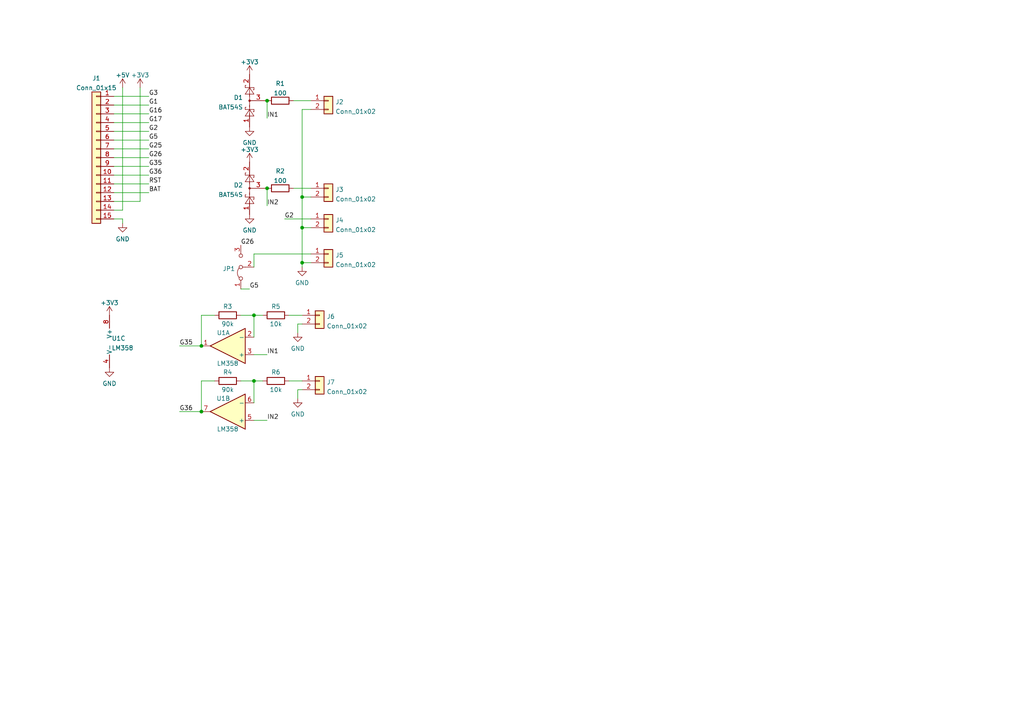
<source format=kicad_sch>
(kicad_sch (version 20211123) (generator eeschema)
  (paper "A4")
  (lib_symbols
    (symbol "Amplifier_Operational:LM358" (pin_names (offset 0.127))
      (property "Reference" "U" (at 0 5.08 0))
      (property "Value" "LM358" (at 0 -5.08 0))
      (symbol "LM358_1_1"
        (polyline (pts (xy -5.08 5.08) (xy 5.08 0) (xy -5.08 -5.08) (xy -5.08 5.08)) (stroke (width 0.254)) (fill (type background)))
        (pin output line (at 7.62 0 180) (length 2.54) (name "~") (number "1"))
        (pin input line (at -7.62 -2.54 0) (length 2.54) (name "-") (number "2"))
        (pin input line (at -7.62 2.54 0) (length 2.54) (name "+") (number "3"))
      )
      (symbol "LM358_2_1"
        (polyline (pts (xy -5.08 5.08) (xy 5.08 0) (xy -5.08 -5.08) (xy -5.08 5.08)) (stroke (width 0.254)) (fill (type background)))
        (pin input line (at -7.62 2.54 0) (length 2.54) (name "+") (number "5"))
        (pin input line (at -7.62 -2.54 0) (length 2.54) (name "-") (number "6"))
        (pin output line (at 7.62 0 180) (length 2.54) (name "~") (number "7"))
      )
      (symbol "LM358_3_1"
        (pin power_in line (at -2.54 -7.62 90) (length 3.81) (name "V-") (number "4"))
        (pin power_in line (at -2.54 7.62 270) (length 3.81) (name "V+") (number "8"))
      )
    )
    (symbol "Connector_Generic:Conn_01x02" (pin_names (offset 1.016) hide)
      (property "Reference" "J" (at 0 2.54 0))
      (property "Value" "Conn_01x02" (at 0 -5.08 0))
      (symbol "Conn_01x02_1_1"
        (rectangle (start -1.27 -2.413) (end 0 -2.667) (stroke (width 0.1524)))
        (rectangle (start -1.27 0.127) (end 0 -0.127) (stroke (width 0.1524)))
        (rectangle (start -1.27 1.27) (end 1.27 -3.81) (stroke (width 0.254)) (fill (type background)))
        (pin passive line (at -5.08 0 0) (length 3.81) (name "Pin_1") (number "1"))
        (pin passive line (at -5.08 -2.54 0) (length 3.81) (name "Pin_2") (number "2"))
      )
    )
    (symbol "Connector_Generic:Conn_01x15" (pin_names (offset 1.016) hide)
      (property "Reference" "J" (at 0 20.32 0))
      (property "Value" "Conn_01x15" (at 0 -20.32 0))
      (symbol "Conn_01x15_1_1"
        (rectangle (start -1.27 -17.653) (end 0 -17.907) (stroke (width 0.1524)))
        (rectangle (start -1.27 -15.113) (end 0 -15.367) (stroke (width 0.1524)))
        (rectangle (start -1.27 -12.573) (end 0 -12.827) (stroke (width 0.1524)))
        (rectangle (start -1.27 -10.033) (end 0 -10.287) (stroke (width 0.1524)))
        (rectangle (start -1.27 -7.493) (end 0 -7.747) (stroke (width 0.1524)))
        (rectangle (start -1.27 -4.953) (end 0 -5.207) (stroke (width 0.1524)))
        (rectangle (start -1.27 -2.413) (end 0 -2.667) (stroke (width 0.1524)))
        (rectangle (start -1.27 0.127) (end 0 -0.127) (stroke (width 0.1524)))
        (rectangle (start -1.27 2.667) (end 0 2.413) (stroke (width 0.1524)))
        (rectangle (start -1.27 5.207) (end 0 4.953) (stroke (width 0.1524)))
        (rectangle (start -1.27 7.747) (end 0 7.493) (stroke (width 0.1524)))
        (rectangle (start -1.27 10.287) (end 0 10.033) (stroke (width 0.1524)))
        (rectangle (start -1.27 12.827) (end 0 12.573) (stroke (width 0.1524)))
        (rectangle (start -1.27 15.367) (end 0 15.113) (stroke (width 0.1524)))
        (rectangle (start -1.27 17.907) (end 0 17.653) (stroke (width 0.1524)))
        (rectangle (start -1.27 19.05) (end 1.27 -19.05) (stroke (width 0.254)) (fill (type background)))
        (pin passive line (at -5.08 17.78 0) (length 3.81) (name "Pin_1") (number "1"))
        (pin passive line (at -5.08 -5.08 0) (length 3.81) (name "Pin_10") (number "10"))
        (pin passive line (at -5.08 -7.62 0) (length 3.81) (name "Pin_11") (number "11"))
        (pin passive line (at -5.08 -10.16 0) (length 3.81) (name "Pin_12") (number "12"))
        (pin passive line (at -5.08 -12.7 0) (length 3.81) (name "Pin_13") (number "13"))
        (pin passive line (at -5.08 -15.24 0) (length 3.81) (name "Pin_14") (number "14"))
        (pin passive line (at -5.08 -17.78 0) (length 3.81) (name "Pin_15") (number "15"))
        (pin passive line (at -5.08 15.24 0) (length 3.81) (name "Pin_2") (number "2"))
        (pin passive line (at -5.08 12.7 0) (length 3.81) (name "Pin_3") (number "3"))
        (pin passive line (at -5.08 10.16 0) (length 3.81) (name "Pin_4") (number "4"))
        (pin passive line (at -5.08 7.62 0) (length 3.81) (name "Pin_5") (number "5"))
        (pin passive line (at -5.08 5.08 0) (length 3.81) (name "Pin_6") (number "6"))
        (pin passive line (at -5.08 2.54 0) (length 3.81) (name "Pin_7") (number "7"))
        (pin passive line (at -5.08 0 0) (length 3.81) (name "Pin_8") (number "8"))
        (pin passive line (at -5.08 -2.54 0) (length 3.81) (name "Pin_9") (number "9"))
      )
    )
    (symbol "Device:R" (pin_numbers hide) (pin_names (offset 0))
      (property "Reference" "R" (at 2.032 0 90))
      (property "Value" "R" (at 0 0 90))
      (symbol "R_0_1"
        (rectangle (start -1.016 -2.54) (end 1.016 2.54) (stroke (width 0.254)))
      )
      (symbol "R_1_1"
        (pin passive line (at 0 3.81 270) (length 1.27) (name "~") (number "1"))
        (pin passive line (at 0 -3.81 90) (length 1.27) (name "~") (number "2"))
      )
    )
    (symbol "Diode:BAT54S" (pin_names (offset 1.016))
      (property "Reference" "D" (at 0.635 -3.81 0))
      (property "Value" "BAT54S" (at -6.35 3.175 0))
      (symbol "BAT54S_0_1"
        (polyline (pts (xy -3.81 0) (xy -1.27 0)))
        (polyline (pts (xy -3.175 -1.27) (xy -3.175 -1.016)))
        (polyline (pts (xy -2.54 -1.27) (xy -3.175 -1.27)))
        (polyline (pts (xy -2.54 -1.27) (xy -2.54 1.27)))
        (polyline (pts (xy -2.54 1.27) (xy -1.905 1.27)))
        (polyline (pts (xy -1.905 0) (xy 1.905 0)))
        (polyline (pts (xy -1.905 1.27) (xy -1.905 1.016)))
        (polyline (pts (xy 1.27 0) (xy 3.81 0)))
        (polyline (pts (xy 3.175 -1.27) (xy 3.175 -1.016)))
        (polyline (pts (xy 3.81 -1.27) (xy 3.175 -1.27)))
        (polyline (pts (xy 3.81 -1.27) (xy 3.81 1.27)))
        (polyline (pts (xy 3.81 1.27) (xy 4.445 1.27)))
        (polyline (pts (xy 4.445 1.27) (xy 4.445 1.016)))
        (polyline (pts (xy -4.445 1.27) (xy -4.445 -1.27) (xy -2.54 0) (xy -4.445 1.27)))
        (polyline (pts (xy 1.905 1.27) (xy 1.905 -1.27) (xy 3.81 0) (xy 1.905 1.27)))
        (circle (center 0 0) (radius 0.254) (fill (type outline)))
      )
      (symbol "BAT54S_1_1"
        (pin passive line (at -7.62 0 0) (length 3.81) (name "~") (number "1"))
        (pin passive line (at 7.62 0 180) (length 3.81) (name "~") (number "2"))
        (pin passive line (at 0 -5.08 90) (length 5.08) (name "~") (number "3"))
      )
    )
    (symbol "Jumper:Jumper_3_Bridged12" (pin_names (offset 0) hide)
      (property "Reference" "JP" (at -2.54 -2.54 0))
      (property "Value" "Jumper_3_Bridged12" (at 0 2.794 0))
      (symbol "Jumper_3_Bridged12_0_0"
        (circle (center -3.302 0) (radius 0.508))
        (circle (center 0 0) (radius 0.508))
        (circle (center 3.302 0) (radius 0.508))
      )
      (symbol "Jumper_3_Bridged12_0_1"
        (arc (start -0.254 0.508) (mid -1.651 0.9912) (end -3.048 0.508))
        (polyline (pts (xy 0 -1.27) (xy 0 -0.508)))
      )
      (symbol "Jumper_3_Bridged12_1_1"
        (pin passive line (at -6.35 0 0) (length 2.54) (name "A") (number "1"))
        (pin input line (at 0 -3.81 90) (length 2.54) (name "C") (number "2"))
        (pin passive line (at 6.35 0 180) (length 2.54) (name "B") (number "3"))
      )
    )
    (symbol "power:+3V3" (power) (pin_names (offset 0))
      (property "Value" "+3V3" (at 0 3.556 0))
      (symbol "+3V3_0_1"
        (polyline (pts (xy -0.762 1.27) (xy 0 2.54)))
        (polyline (pts (xy 0 0) (xy 0 2.54)))
        (polyline (pts (xy 0 2.54) (xy 0.762 1.27)))
      )
      (symbol "+3V3_1_1"
        (pin power_in line (at 0 0 90) (length 0) hide (name "+3V3") (number "1"))
      )
    )
    (symbol "power:+5V" (power) (pin_names (offset 0))
      (property "Value" "+5V" (at 0 3.556 0))
      (symbol "+5V_0_1"
        (polyline (pts (xy -0.762 1.27) (xy 0 2.54)))
        (polyline (pts (xy 0 0) (xy 0 2.54)))
        (polyline (pts (xy 0 2.54) (xy 0.762 1.27)))
      )
      (symbol "+5V_1_1"
        (pin power_in line (at 0 0 90) (length 0) hide (name "+5V") (number "1"))
      )
    )
    (symbol "power:GND" (power) (pin_names (offset 0))
      (property "Value" "GND" (at 0 -3.81 0))
      (symbol "GND_0_1"
        (polyline (pts (xy 0 0) (xy 0 -1.27) (xy 1.27 -1.27) (xy 0 -2.54) (xy -1.27 -1.27) (xy 0 -1.27)))
      )
      (symbol "GND_1_1"
        (pin power_in line (at 0 0 270) (length 0) hide (name "GND") (number "1"))
      )
    )
  )
  (junction (at 77.47 29.21))
  (junction (at 87.63 76.2))
  (junction (at 87.63 57.15))
  (junction (at 87.63 66.04))
  (junction (at 73.66 110.49))
  (junction (at 58.42 100.33))
  (junction (at 58.42 119.38))
  (junction (at 77.47 54.61))
  (junction (at 73.66 91.44))
  (wire (pts (xy 33.02 40.64) (xy 43.18 40.64)))
  (wire (pts (xy 87.63 57.15) (xy 90.17 57.15)))
  (wire (pts (xy 83.82 110.49) (xy 87.63 110.49)))
  (wire (pts (xy 73.66 121.92) (xy 77.47 121.92)))
  (wire (pts (xy 33.02 45.72) (xy 43.18 45.72)))
  (wire (pts (xy 86.36 113.03) (xy 86.36 115.57)))
  (wire (pts (xy 33.02 50.8) (xy 43.18 50.8)))
  (wire (pts (xy 33.02 48.26) (xy 43.18 48.26)))
  (wire (pts (xy 77.47 54.61) (xy 77.47 59.69)))
  (wire (pts (xy 90.17 31.75) (xy 87.63 31.75)))
  (wire (pts (xy 33.02 33.02) (xy 43.18 33.02)))
  (wire (pts (xy 87.63 66.04) (xy 90.17 66.04)))
  (wire (pts (xy 87.63 113.03) (xy 86.36 113.03)))
  (wire (pts (xy 35.56 63.5) (xy 35.56 64.77)))
  (wire (pts (xy 33.02 30.48) (xy 43.18 30.48)))
  (wire (pts (xy 87.63 66.04) (xy 87.63 76.2)))
  (wire (pts (xy 33.02 35.56) (xy 43.18 35.56)))
  (wire (pts (xy 69.85 110.49) (xy 73.66 110.49)))
  (wire (pts (xy 33.02 38.1) (xy 43.18 38.1)))
  (wire (pts (xy 33.02 63.5) (xy 35.56 63.5)))
  (wire (pts (xy 73.66 91.44) (xy 76.2 91.44)))
  (wire (pts (xy 77.47 29.21) (xy 77.47 34.29)))
  (wire (pts (xy 69.85 91.44) (xy 73.66 91.44)))
  (wire (pts (xy 33.02 58.42) (xy 40.64 58.42)))
  (wire (pts (xy 58.42 110.49) (xy 62.23 110.49)))
  (wire (pts (xy 82.55 63.5) (xy 90.17 63.5)))
  (wire (pts (xy 87.63 93.98) (xy 86.36 93.98)))
  (wire (pts (xy 73.66 97.79) (xy 73.66 91.44)))
  (wire (pts (xy 85.09 29.21) (xy 90.17 29.21)))
  (wire (pts (xy 73.66 102.87) (xy 77.47 102.87)))
  (wire (pts (xy 87.63 57.15) (xy 87.63 66.04)))
  (wire (pts (xy 33.02 27.94) (xy 43.18 27.94)))
  (wire (pts (xy 33.02 60.96) (xy 35.56 60.96)))
  (wire (pts (xy 90.17 73.66) (xy 73.66 73.66)))
  (wire (pts (xy 33.02 55.88) (xy 43.18 55.88)))
  (wire (pts (xy 87.63 31.75) (xy 87.63 57.15)))
  (wire (pts (xy 52.07 100.33) (xy 58.42 100.33)))
  (wire (pts (xy 85.09 54.61) (xy 90.17 54.61)))
  (wire (pts (xy 33.02 43.18) (xy 43.18 43.18)))
  (wire (pts (xy 87.63 76.2) (xy 90.17 76.2)))
  (wire (pts (xy 73.66 116.84) (xy 73.66 110.49)))
  (wire (pts (xy 83.82 91.44) (xy 87.63 91.44)))
  (wire (pts (xy 69.85 83.82) (xy 72.39 83.82)))
  (wire (pts (xy 35.56 60.96) (xy 35.56 25.4)))
  (wire (pts (xy 73.66 110.49) (xy 76.2 110.49)))
  (wire (pts (xy 33.02 53.34) (xy 43.18 53.34)))
  (wire (pts (xy 58.42 91.44) (xy 62.23 91.44)))
  (wire (pts (xy 58.42 119.38) (xy 58.42 110.49)))
  (wire (pts (xy 86.36 93.98) (xy 86.36 96.52)))
  (wire (pts (xy 87.63 76.2) (xy 87.63 77.47)))
  (wire (pts (xy 58.42 100.33) (xy 58.42 91.44)))
  (wire (pts (xy 52.07 119.38) (xy 58.42 119.38)))
  (wire (pts (xy 40.64 58.42) (xy 40.64 25.4)))
  (wire (pts (xy 73.66 73.66) (xy 73.66 77.47)))
  (label "G25" (at 43.18 43.18 0))
  (label "G2" (at 82.55 63.5 0))
  (label "G5" (at 43.18 40.64 0))
  (label "G36" (at 43.18 50.8 0))
  (label "G16" (at 43.18 33.02 0))
  (label "G35" (at 52.07 100.33 0))
  (label "IN2" (at 77.47 121.92 0))
  (label "IN1" (at 77.47 102.87 0))
  (label "G17" (at 43.18 35.56 0))
  (label "G5" (at 72.39 83.82 0))
  (label "G36" (at 52.07 119.38 0))
  (label "IN2" (at 77.47 59.69 0))
  (label "G35" (at 43.18 48.26 0))
  (label "G26" (at 69.85 71.12 0))
  (label "G26" (at 43.18 45.72 0))
  (label "G3" (at 43.18 27.94 0))
  (label "G1" (at 43.18 30.48 0))
  (label "RST" (at 43.18 53.34 0))
  (label "BAT" (at 43.18 55.88 0))
  (label "IN1" (at 77.47 34.29 0))
  (label "G2" (at 43.18 38.1 0))
  (symbol (lib_id "Device:R") (at 81.28 54.61 90) (unit 1)
    (property "Reference" "R2" (at 81.28 49.6275 90))
    (property "Value" "100" (at 81.28 52.4026 90))
    (property "Footprint" "Resistor_SMD:R_0603_1608Metric" (effects hide))
  )
  (symbol (lib_id "power:+3V3") (at 72.39 21.59 0) (unit 1)
    (property "Reference" "#PWR04" (effects hide))
    (property "Value" "+3V3" (at 72.39 17.9855 0))
  )
  (symbol (lib_id "power:GND") (at 72.39 62.23 0) (unit 1)
    (property "Reference" "#PWR07" (effects hide))
    (property "Value" "GND" (at 72.39 66.7925 0))
  )
  (symbol (lib_id "Connector_Generic:Conn_01x02") (at 95.25 29.21 0) (unit 1)
    (property "Reference" "J2" (at 97.282 29.5715 0) (effects (justify left)))
    (property "Value" "Conn_01x02" (at 97.282 32.3466 0) (effects (justify left)))
    (property "Footprint" "Connector_PinHeader_2.54mm:PinHeader_1x02_P2.54mm_Vertical" (effects hide))
  )
  (symbol (lib_id "power:GND") (at 35.56 64.77 0) (unit 1)
    (property "Reference" "#PWR02" (effects hide))
    (property "Value" "GND" (at 35.56 69.3325 0))
  )
  (symbol (lib_id "power:+3V3") (at 31.75 91.44 0) (unit 1)
    (property "Reference" "#PWR09" (effects hide))
    (property "Value" "+3V3" (at 31.75 87.8355 0))
  )
  (symbol (lib_id "Amplifier_Operational:LM358") (at 66.04 100.33 180) (unit 1)
    (property "Reference" "U1" (at 64.77 96.52 0))
    (property "Value" "LM358" (at 66.04 105.41 0))
    (property "Footprint" "Package_SO:SO-8_5.3x6.2mm_P1.27mm" (effects hide))
    (property "Datasheet" "http://www.ti.com/lit/ds/symlink/lm2904-n.pdf" (effects hide))
  )
  (symbol (lib_id "Amplifier_Operational:LM358") (at 66.04 119.38 180) (unit 2)
    (property "Reference" "U1" (at 64.77 115.57 0))
    (property "Value" "LM358" (at 66.04 124.46 0))
    (property "Footprint" "Package_SO:SO-8_5.3x6.2mm_P1.27mm" (effects hide))
    (property "Datasheet" "http://www.ti.com/lit/ds/symlink/lm2904-n.pdf" (effects hide))
  )
  (symbol (lib_id "power:GND") (at 72.39 36.83 0) (unit 1)
    (property "Reference" "#PWR05" (effects hide))
    (property "Value" "GND" (at 72.39 41.3925 0))
  )
  (symbol (lib_id "power:GND") (at 31.75 106.68 0) (unit 1)
    (property "Reference" "#PWR010" (effects hide))
    (property "Value" "GND" (at 31.75 111.2425 0))
  )
  (symbol (lib_id "Connector_Generic:Conn_01x02") (at 95.25 73.66 0) (unit 1)
    (property "Reference" "J5" (at 97.282 74.0215 0) (effects (justify left)))
    (property "Value" "Conn_01x02" (at 97.282 76.7966 0) (effects (justify left)))
    (property "Footprint" "Connector_PinHeader_2.54mm:PinHeader_1x02_P2.54mm_Vertical" (effects hide))
  )
  (symbol (lib_id "power:+3V3") (at 40.64 25.4 0) (unit 1)
    (property "Reference" "#PWR03" (effects hide))
    (property "Value" "+3V3" (at 40.64 21.7955 0))
  )
  (symbol (lib_id "Connector_Generic:Conn_01x02") (at 95.25 54.61 0) (unit 1)
    (property "Reference" "J3" (at 97.282 54.9715 0) (effects (justify left)))
    (property "Value" "Conn_01x02" (at 97.282 57.7466 0) (effects (justify left)))
    (property "Footprint" "Connector_PinHeader_2.54mm:PinHeader_1x02_P2.54mm_Vertical" (effects hide))
  )
  (symbol (lib_id "Diode:BAT54S") (at 72.39 54.61 90) (unit 1)
    (property "Reference" "D2" (at 70.485 53.7015 90) (effects (justify left)))
    (property "Value" "BAT54S" (at 70.485 56.4766 90) (effects (justify left)))
    (property "Footprint" "Package_TO_SOT_SMD:SOT-23" (effects hide))
    (property "Datasheet" "https://www.diodes.com/assets/Datasheets/ds11005.pdf" (effects hide))
  )
  (symbol (lib_id "Jumper:Jumper_3_Bridged12") (at 69.85 77.47 90) (unit 1)
    (property "Reference" "JP1" (at 68.2238 77.949 90) (effects (justify left)))
    (property "Value" "Jumper_3_Bridged12" (effects hide))
    (property "Footprint" "Jumper:SolderJumper-3_P1.3mm_Bridged12_Pad1.0x1.5mm" (effects hide))
  )
  (symbol (lib_id "Diode:BAT54S") (at 72.39 29.21 90) (unit 1)
    (property "Reference" "D1" (at 70.485 28.3015 90) (effects (justify left)))
    (property "Value" "BAT54S" (at 70.485 31.0766 90) (effects (justify left)))
    (property "Footprint" "Package_TO_SOT_SMD:SOT-23" (effects hide))
    (property "Datasheet" "https://www.diodes.com/assets/Datasheets/ds11005.pdf" (effects hide))
  )
  (symbol (lib_id "power:GND") (at 87.63 77.47 0) (unit 1)
    (property "Reference" "#PWR08" (effects hide))
    (property "Value" "GND" (at 87.63 82.0325 0))
  )
  (symbol (lib_id "Connector_Generic:Conn_01x15") (at 27.94 45.72 0) (mirror y) (unit 1)
    (property "Reference" "J1" (at 27.94 22.7035 0))
    (property "Value" "Conn_01x15" (at 27.94 25.4786 0))
    (property "Footprint" "Connector_PinHeader_2.54mm:PinHeader_1x15_P2.54mm_Vertical" (effects hide))
  )
  (symbol (lib_id "Connector_Generic:Conn_01x02") (at 95.25 63.5 0) (unit 1)
    (property "Reference" "J4" (at 97.282 63.8615 0) (effects (justify left)))
    (property "Value" "Conn_01x02" (at 97.282 66.6366 0) (effects (justify left)))
    (property "Footprint" "Connector_PinHeader_2.54mm:PinHeader_1x02_P2.54mm_Vertical" (effects hide))
  )
  (symbol (lib_id "Device:R") (at 80.01 91.44 90) (unit 1)
    (property "Reference" "R5" (at 80.01 88.9 90))
    (property "Value" "10k" (at 80.01 93.98 90))
    (property "Footprint" "Resistor_SMD:R_0603_1608Metric" (effects hide))
  )
  (symbol (lib_id "Device:R") (at 66.04 91.44 90) (unit 1)
    (property "Reference" "R3" (at 66.04 88.9 90))
    (property "Value" "90k" (at 66.04 93.98 90))
    (property "Footprint" "Resistor_SMD:R_0603_1608Metric" (effects hide))
  )
  (symbol (lib_id "Device:R") (at 66.04 110.49 90) (unit 1)
    (property "Reference" "R4" (at 66.04 107.95 90))
    (property "Value" "90k" (at 66.04 113.03 90))
    (property "Footprint" "Resistor_SMD:R_0603_1608Metric" (effects hide))
  )
  (symbol (lib_id "Device:R") (at 81.28 29.21 90) (unit 1)
    (property "Reference" "R1" (at 81.28 24.2275 90))
    (property "Value" "100" (at 81.28 27.0026 90))
    (property "Footprint" "Resistor_SMD:R_0603_1608Metric" (effects hide))
  )
  (symbol (lib_id "Connector_Generic:Conn_01x02") (at 92.71 91.44 0) (unit 1)
    (property "Reference" "J6" (at 94.742 91.8015 0) (effects (justify left)))
    (property "Value" "Conn_01x02" (at 94.742 94.5766 0) (effects (justify left)))
    (property "Footprint" "Connector_PinHeader_2.54mm:PinHeader_1x02_P2.54mm_Vertical" (effects hide))
  )
  (symbol (lib_id "power:+3V3") (at 72.39 46.99 0) (unit 1)
    (property "Reference" "#PWR06" (effects hide))
    (property "Value" "+3V3" (at 72.39 43.3855 0))
  )
  (symbol (lib_id "Amplifier_Operational:LM358") (at 34.29 99.06 0) (unit 3)
    (property "Reference" "U1" (at 32.385 98.1515 0) (effects (justify left)))
    (property "Value" "LM358" (at 32.385 100.9266 0) (effects (justify left)))
    (property "Footprint" "Package_SO:SO-8_5.3x6.2mm_P1.27mm" (effects hide))
    (property "Datasheet" "http://www.ti.com/lit/ds/symlink/lm2904-n.pdf" (effects hide))
  )
  (symbol (lib_id "power:GND") (at 86.36 96.52 0) (unit 1)
    (property "Reference" "#PWR011" (effects hide))
    (property "Value" "GND" (at 86.36 101.0825 0))
  )
  (symbol (lib_id "power:GND") (at 86.36 115.57 0) (unit 1)
    (property "Reference" "#PWR012" (effects hide))
    (property "Value" "GND" (at 86.36 120.1325 0))
  )
  (symbol (lib_id "Device:R") (at 80.01 110.49 90) (unit 1)
    (property "Reference" "R6" (at 80.01 107.95 90))
    (property "Value" "10k" (at 80.01 113.03 90))
    (property "Footprint" "Resistor_SMD:R_0603_1608Metric" (effects hide))
  )
  (symbol (lib_id "power:+5V") (at 35.56 25.4 0) (unit 1)
    (property "Reference" "#PWR01" (effects hide))
    (property "Value" "+5V" (at 35.56 21.7955 0))
  )
  (symbol (lib_id "Connector_Generic:Conn_01x02") (at 92.71 110.49 0) (unit 1)
    (property "Reference" "J7" (at 94.742 110.8515 0) (effects (justify left)))
    (property "Value" "Conn_01x02" (at 94.742 113.6266 0) (effects (justify left)))
    (property "Footprint" "Connector_PinHeader_2.54mm:PinHeader_1x02_P2.54mm_Vertical" (effects hide))
  )
)
</source>
